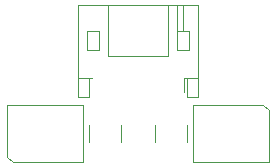
<source format=gbr>
%TF.GenerationSoftware,KiCad,Pcbnew,7.0.8*%
%TF.CreationDate,2025-01-02T16:25:12-08:00*%
%TF.ProjectId,tachometer board,74616368-6f6d-4657-9465-7220626f6172,rev?*%
%TF.SameCoordinates,Original*%
%TF.FileFunction,Legend,Top*%
%TF.FilePolarity,Positive*%
%FSLAX46Y46*%
G04 Gerber Fmt 4.6, Leading zero omitted, Abs format (unit mm)*
G04 Created by KiCad (PCBNEW 7.0.8) date 2025-01-02 16:25:12*
%MOMM*%
%LPD*%
G01*
G04 APERTURE LIST*
%ADD10C,0.120000*%
%ADD11C,0.100000*%
G04 APERTURE END LIST*
D10*
%TO.C,J1*%
X152892893Y-104650000D02*
X151892893Y-104650000D01*
X160052893Y-107010000D02*
X160052893Y-108225000D01*
X151892893Y-104650000D02*
X151892893Y-103050000D01*
X160332893Y-108610000D02*
X161252893Y-108610000D01*
X160052893Y-107010000D02*
X160332893Y-107010000D01*
X152892893Y-103050000D02*
X152892893Y-104650000D01*
X151132893Y-100790000D02*
X151132893Y-108610000D01*
X152052893Y-107010000D02*
X152332893Y-107010000D01*
X159492893Y-103050000D02*
X159492893Y-100790000D01*
X161252893Y-107010000D02*
X160332893Y-107010000D01*
X161252893Y-100790000D02*
X151132893Y-100790000D01*
X160492893Y-103050000D02*
X159492893Y-103050000D01*
X159992893Y-103050000D02*
X159992893Y-100790000D01*
X160492893Y-104650000D02*
X160492893Y-103050000D01*
X159492893Y-104650000D02*
X160492893Y-104650000D01*
X152052893Y-108610000D02*
X152052893Y-107010000D01*
X151892893Y-103050000D02*
X152892893Y-103050000D01*
X159492893Y-103050000D02*
X159492893Y-104650000D01*
X151132893Y-107010000D02*
X152052893Y-107010000D01*
X160332893Y-107010000D02*
X160332893Y-108610000D01*
X151132893Y-108610000D02*
X152052893Y-108610000D01*
X153692893Y-105150000D02*
X153692893Y-100790000D01*
X158692893Y-100790000D02*
X158692893Y-105150000D01*
X161252893Y-108610000D02*
X161252893Y-100790000D01*
X158692893Y-105150000D02*
X153692893Y-105150000D01*
D11*
%TO.C,U2*%
X160867893Y-109250000D02*
X166767893Y-109250000D01*
X167267893Y-109750000D02*
X166767893Y-109250000D01*
X167267893Y-114150000D02*
X167267893Y-109750000D01*
X160867893Y-114150000D02*
X160867893Y-109250000D01*
X160867893Y-114150000D02*
X167267893Y-114150000D01*
D10*
%TO.C,R2*%
X157645000Y-112423737D02*
X157645000Y-110976263D01*
X160355000Y-112423737D02*
X160355000Y-110976263D01*
%TO.C,R1*%
X154755000Y-110976263D02*
X154755000Y-112423737D01*
X152045000Y-110976263D02*
X152045000Y-112423737D01*
D11*
%TO.C,U1*%
X151517893Y-114150000D02*
X145617893Y-114150000D01*
X145117893Y-113650000D02*
X145617893Y-114150000D01*
X145117893Y-109250000D02*
X145117893Y-113650000D01*
X151517893Y-109250000D02*
X151517893Y-114150000D01*
X151517893Y-109250000D02*
X145117893Y-109250000D01*
%TD*%
M02*

</source>
